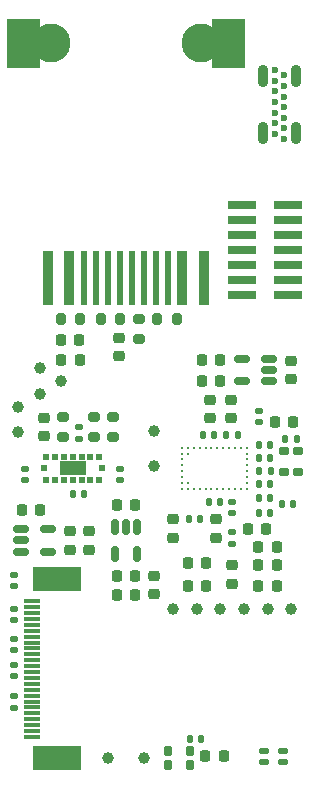
<source format=gts>
%TF.GenerationSoftware,KiCad,Pcbnew,7.0.1*%
%TF.CreationDate,2023-04-26T14:08:09+02:00*%
%TF.ProjectId,radartof-hardware,72616461-7274-46f6-962d-686172647761,1.4*%
%TF.SameCoordinates,Original*%
%TF.FileFunction,Soldermask,Top*%
%TF.FilePolarity,Negative*%
%FSLAX46Y46*%
G04 Gerber Fmt 4.6, Leading zero omitted, Abs format (unit mm)*
G04 Created by KiCad (PCBNEW 7.0.1) date 2023-04-26 14:08:09*
%MOMM*%
%LPD*%
G01*
G04 APERTURE LIST*
G04 Aperture macros list*
%AMRoundRect*
0 Rectangle with rounded corners*
0 $1 Rounding radius*
0 $2 $3 $4 $5 $6 $7 $8 $9 X,Y pos of 4 corners*
0 Add a 4 corners polygon primitive as box body*
4,1,4,$2,$3,$4,$5,$6,$7,$8,$9,$2,$3,0*
0 Add four circle primitives for the rounded corners*
1,1,$1+$1,$2,$3*
1,1,$1+$1,$4,$5*
1,1,$1+$1,$6,$7*
1,1,$1+$1,$8,$9*
0 Add four rect primitives between the rounded corners*
20,1,$1+$1,$2,$3,$4,$5,0*
20,1,$1+$1,$4,$5,$6,$7,0*
20,1,$1+$1,$6,$7,$8,$9,0*
20,1,$1+$1,$8,$9,$2,$3,0*%
G04 Aperture macros list end*
%ADD10C,0.010000*%
%ADD11C,1.000000*%
%ADD12RoundRect,0.225000X-0.250000X0.225000X-0.250000X-0.225000X0.250000X-0.225000X0.250000X0.225000X0*%
%ADD13RoundRect,0.225000X0.225000X0.250000X-0.225000X0.250000X-0.225000X-0.250000X0.225000X-0.250000X0*%
%ADD14RoundRect,0.140000X-0.140000X-0.170000X0.140000X-0.170000X0.140000X0.170000X-0.140000X0.170000X0*%
%ADD15RoundRect,0.225000X-0.225000X-0.250000X0.225000X-0.250000X0.225000X0.250000X-0.225000X0.250000X0*%
%ADD16RoundRect,0.140000X0.170000X-0.140000X0.170000X0.140000X-0.170000X0.140000X-0.170000X-0.140000X0*%
%ADD17RoundRect,0.150000X0.512500X0.150000X-0.512500X0.150000X-0.512500X-0.150000X0.512500X-0.150000X0*%
%ADD18RoundRect,0.147500X-0.172500X0.147500X-0.172500X-0.147500X0.172500X-0.147500X0.172500X0.147500X0*%
%ADD19RoundRect,0.200000X-0.275000X0.200000X-0.275000X-0.200000X0.275000X-0.200000X0.275000X0.200000X0*%
%ADD20C,0.275000*%
%ADD21RoundRect,0.147500X0.147500X0.172500X-0.147500X0.172500X-0.147500X-0.172500X0.147500X-0.172500X0*%
%ADD22R,2.400000X0.740000*%
%ADD23RoundRect,0.225000X0.250000X-0.225000X0.250000X0.225000X-0.250000X0.225000X-0.250000X-0.225000X0*%
%ADD24RoundRect,0.140000X-0.170000X0.140000X-0.170000X-0.140000X0.170000X-0.140000X0.170000X0.140000X0*%
%ADD25RoundRect,0.147500X0.172500X-0.147500X0.172500X0.147500X-0.172500X0.147500X-0.172500X-0.147500X0*%
%ADD26RoundRect,0.060000X-0.240000X-0.340000X0.240000X-0.340000X0.240000X0.340000X-0.240000X0.340000X0*%
%ADD27RoundRect,0.050800X2.000000X1.000000X-2.000000X1.000000X-2.000000X-1.000000X2.000000X-1.000000X0*%
%ADD28RoundRect,0.050800X-0.625000X0.137500X-0.625000X-0.137500X0.625000X-0.137500X0.625000X0.137500X0*%
%ADD29RoundRect,0.060000X0.340000X-0.240000X0.340000X0.240000X-0.340000X0.240000X-0.340000X-0.240000X0*%
%ADD30C,0.600000*%
%ADD31O,0.900000X1.900000*%
%ADD32RoundRect,0.150000X-0.150000X0.512500X-0.150000X-0.512500X0.150000X-0.512500X0.150000X0.512500X0*%
%ADD33RoundRect,0.200000X-0.200000X-0.275000X0.200000X-0.275000X0.200000X0.275000X-0.200000X0.275000X0*%
%ADD34RoundRect,0.140000X0.140000X0.170000X-0.140000X0.170000X-0.140000X-0.170000X0.140000X-0.170000X0*%
%ADD35RoundRect,0.200000X0.275000X-0.200000X0.275000X0.200000X-0.275000X0.200000X-0.275000X-0.200000X0*%
%ADD36RoundRect,0.200000X0.200000X0.275000X-0.200000X0.275000X-0.200000X-0.275000X0.200000X-0.275000X0*%
%ADD37RoundRect,0.147500X-0.147500X-0.172500X0.147500X-0.172500X0.147500X0.172500X-0.147500X0.172500X0*%
%ADD38C,3.300000*%
%ADD39R,0.810000X4.600000*%
%ADD40R,0.610000X4.600000*%
%ADD41RoundRect,0.135000X0.135000X0.185000X-0.135000X0.185000X-0.135000X-0.185000X0.135000X-0.185000X0*%
%ADD42RoundRect,0.050000X-0.350000X-0.200000X0.350000X-0.200000X0.350000X0.200000X-0.350000X0.200000X0*%
%ADD43R,0.533400X0.508000*%
%ADD44R,0.508000X0.533400*%
%ADD45R,2.311400X1.193800*%
%ADD46RoundRect,0.150000X-0.512500X-0.150000X0.512500X-0.150000X0.512500X0.150000X-0.512500X0.150000X0*%
G04 APERTURE END LIST*
%TO.C,J5*%
D10*
X157520000Y-73050000D02*
X154820000Y-73050000D01*
X154820000Y-68950000D01*
X157520000Y-68950000D01*
X157520000Y-73050000D01*
G36*
X157520000Y-73050000D02*
G01*
X154820000Y-73050000D01*
X154820000Y-68950000D01*
X157520000Y-68950000D01*
X157520000Y-73050000D01*
G37*
X140180000Y-73050000D02*
X137480000Y-73050000D01*
X137480000Y-68950000D01*
X140180000Y-68950000D01*
X140180000Y-73050000D01*
G36*
X140180000Y-73050000D02*
G01*
X137480000Y-73050000D01*
X137480000Y-68950000D01*
X140180000Y-68950000D01*
X140180000Y-73050000D01*
G37*
%TD*%
D11*
%TO.C,TP15*%
X149900000Y-103800000D03*
%TD*%
D12*
%TO.C,C11*%
X156500000Y-115225000D03*
X156500000Y-116775000D03*
%TD*%
D13*
%TO.C,C57*%
X154275000Y-117000000D03*
X152725000Y-117000000D03*
%TD*%
D12*
%TO.C,C37*%
X142800000Y-112325000D03*
X142800000Y-113875000D03*
%TD*%
D11*
%TO.C,TP5*%
X153500000Y-118900000D03*
%TD*%
D14*
%TO.C,C3*%
X158770000Y-109550000D03*
X159730000Y-109550000D03*
%TD*%
D15*
%TO.C,C9*%
X160125000Y-103100000D03*
X161675000Y-103100000D03*
%TD*%
D13*
%TO.C,C27*%
X155475000Y-97800000D03*
X153925000Y-97800000D03*
%TD*%
D16*
%TO.C,C40*%
X138000000Y-122380000D03*
X138000000Y-121420000D03*
%TD*%
D11*
%TO.C,TP2*%
X149000000Y-131500000D03*
%TD*%
D17*
%TO.C,U4*%
X159637500Y-99650000D03*
X159637500Y-98700000D03*
X159637500Y-97750000D03*
X157362500Y-97750000D03*
X157362500Y-99650000D03*
%TD*%
D16*
%TO.C,C39*%
X138000000Y-119880000D03*
X138000000Y-118920000D03*
%TD*%
D18*
%TO.C,L3*%
X158800000Y-102115000D03*
X158800000Y-103085000D03*
%TD*%
D19*
%TO.C,R6*%
X146400000Y-102675000D03*
X146400000Y-104325000D03*
%TD*%
%TO.C,R2*%
X142200000Y-102675000D03*
X142200000Y-104325000D03*
%TD*%
D13*
%TO.C,C58*%
X154275000Y-115000000D03*
X152725000Y-115000000D03*
%TD*%
D14*
%TO.C,C25*%
X158770000Y-110750000D03*
X159730000Y-110750000D03*
%TD*%
D20*
%TO.C,U5*%
X152250000Y-108750000D03*
X152250000Y-108250000D03*
X152250000Y-107750000D03*
X152250000Y-107250000D03*
X152250000Y-106750000D03*
X152250000Y-106250000D03*
X152250000Y-105750000D03*
X152250000Y-105250000D03*
X152750000Y-108750000D03*
X152750000Y-108250000D03*
X152750000Y-105750000D03*
X152750000Y-105250000D03*
X153250000Y-108750000D03*
X153250000Y-105250000D03*
X153750000Y-108750000D03*
X153750000Y-105250000D03*
X154250000Y-108750000D03*
X154250000Y-105250000D03*
X154750000Y-108750000D03*
X154750000Y-105250000D03*
X155250000Y-108750000D03*
X155250000Y-105250000D03*
X155750000Y-108750000D03*
X155750000Y-105250000D03*
X156250000Y-108750000D03*
X156250000Y-105250000D03*
X156750000Y-108750000D03*
X156750000Y-105250000D03*
X157250000Y-108750000D03*
X157250000Y-105250000D03*
X157750000Y-108750000D03*
X157750000Y-108250000D03*
X157750000Y-107750000D03*
X157750000Y-107250000D03*
X157750000Y-106750000D03*
X157750000Y-106250000D03*
X157750000Y-105750000D03*
X157750000Y-105250000D03*
%TD*%
D21*
%TO.C,L1*%
X161685000Y-110000000D03*
X160715000Y-110000000D03*
%TD*%
D22*
%TO.C,J1*%
X157350000Y-84690000D03*
X161250000Y-84690000D03*
X157350000Y-85960000D03*
X161250000Y-85960000D03*
X157350000Y-87230000D03*
X161250000Y-87230000D03*
X157350000Y-88500000D03*
X161250000Y-88500000D03*
X157350000Y-89770000D03*
X161250000Y-89770000D03*
X157350000Y-91040000D03*
X161250000Y-91040000D03*
X157350000Y-92310000D03*
X161250000Y-92310000D03*
%TD*%
D11*
%TO.C,TP9*%
X157500000Y-118900000D03*
%TD*%
D23*
%TO.C,C45*%
X149900000Y-117675000D03*
X149900000Y-116125000D03*
%TD*%
D24*
%TO.C,C35*%
X138000000Y-126320000D03*
X138000000Y-127280000D03*
%TD*%
D25*
%TO.C,L4*%
X156500000Y-113385000D03*
X156500000Y-112415000D03*
%TD*%
D15*
%TO.C,C49*%
X142025000Y-96100000D03*
X143575000Y-96100000D03*
%TD*%
D14*
%TO.C,C22*%
X158770000Y-105000000D03*
X159730000Y-105000000D03*
%TD*%
D11*
%TO.C,TP7*%
X161500000Y-118900000D03*
%TD*%
D26*
%TO.C,U8*%
X152900000Y-132100000D03*
X151100000Y-132095599D03*
X151100000Y-130895599D03*
X152900000Y-130895599D03*
%TD*%
D27*
%TO.C,J2*%
X141710000Y-131510000D03*
X141710000Y-116400000D03*
D28*
X139520000Y-118250000D03*
X139520000Y-118750000D03*
X139520000Y-119250000D03*
X139520000Y-119750000D03*
X139520000Y-120250000D03*
X139520000Y-120750000D03*
X139520000Y-121250000D03*
X139520000Y-121750000D03*
X139520000Y-122250000D03*
X139520000Y-122750000D03*
X139520000Y-123250000D03*
X139520000Y-123750000D03*
X139520000Y-124250000D03*
X139520000Y-124750000D03*
X139520000Y-125250000D03*
X139520000Y-125750000D03*
X139520000Y-126250000D03*
X139520000Y-126750000D03*
X139520000Y-127250000D03*
X139520000Y-127750000D03*
X139520000Y-128250000D03*
X139520000Y-128750000D03*
X139520000Y-129250000D03*
X139520000Y-129750000D03*
%TD*%
D11*
%TO.C,TP6*%
X151500000Y-118900000D03*
%TD*%
%TO.C,TP14*%
X140200000Y-98500000D03*
%TD*%
D29*
%TO.C,U2*%
X162100000Y-105500000D03*
X162095599Y-107300000D03*
X160895599Y-107300000D03*
X160895599Y-105500000D03*
%TD*%
D14*
%TO.C,C31*%
X143020000Y-109200000D03*
X143980000Y-109200000D03*
%TD*%
D11*
%TO.C,TP16*%
X149900000Y-106800000D03*
%TD*%
D24*
%TO.C,C41*%
X138000000Y-123620000D03*
X138000000Y-124580000D03*
%TD*%
D30*
%TO.C,J4*%
X160906750Y-73725000D03*
X160906750Y-74625000D03*
X160906750Y-75525000D03*
X160906750Y-76425000D03*
X160906750Y-77325000D03*
X160906750Y-78225000D03*
X160906750Y-79125000D03*
X160126750Y-78675000D03*
X160126750Y-77775000D03*
X160126750Y-76875000D03*
X160126750Y-75975000D03*
X160126750Y-75075000D03*
X160126750Y-74175000D03*
X160126750Y-73275000D03*
D31*
X161946750Y-78575000D03*
X161946750Y-73775000D03*
X159086750Y-78575000D03*
X159086750Y-73775000D03*
%TD*%
D32*
%TO.C,U10*%
X148450000Y-111962500D03*
X147500000Y-111962500D03*
X146550000Y-111962500D03*
X146550000Y-114237500D03*
X148450000Y-114237500D03*
%TD*%
D12*
%TO.C,C4*%
X151500000Y-111325000D03*
X151500000Y-112875000D03*
%TD*%
D33*
%TO.C,R12*%
X141975000Y-94400000D03*
X143625000Y-94400000D03*
%TD*%
D34*
%TO.C,C6*%
X155480000Y-109850000D03*
X154520000Y-109850000D03*
%TD*%
D24*
%TO.C,C13*%
X156500000Y-109820000D03*
X156500000Y-110780000D03*
%TD*%
D35*
%TO.C,R14*%
X148600000Y-96025000D03*
X148600000Y-94375000D03*
%TD*%
D12*
%TO.C,C38*%
X144400000Y-112325000D03*
X144400000Y-113875000D03*
%TD*%
D36*
%TO.C,R13*%
X147025000Y-94400000D03*
X145375000Y-94400000D03*
%TD*%
D11*
%TO.C,TP10*%
X138400000Y-101800000D03*
%TD*%
D37*
%TO.C,L2*%
X152815000Y-111300000D03*
X153785000Y-111300000D03*
%TD*%
D23*
%TO.C,C23*%
X156400000Y-102775000D03*
X156400000Y-101225000D03*
%TD*%
D14*
%TO.C,C24*%
X156020000Y-104150000D03*
X156980000Y-104150000D03*
%TD*%
D13*
%TO.C,C44*%
X148275000Y-117700000D03*
X146725000Y-117700000D03*
%TD*%
D18*
%TO.C,L9*%
X138000000Y-116015000D03*
X138000000Y-116985000D03*
%TD*%
D23*
%TO.C,C7*%
X154600000Y-102775000D03*
X154600000Y-101225000D03*
%TD*%
D11*
%TO.C,TP13*%
X138400000Y-103900000D03*
%TD*%
D12*
%TO.C,C5*%
X155100000Y-111325000D03*
X155100000Y-112875000D03*
%TD*%
D16*
%TO.C,C55*%
X143500000Y-104480000D03*
X143500000Y-103520000D03*
%TD*%
D14*
%TO.C,C17*%
X158770000Y-106150000D03*
X159730000Y-106150000D03*
%TD*%
D24*
%TO.C,C29*%
X147000000Y-107020000D03*
X147000000Y-107980000D03*
%TD*%
D11*
%TO.C,TP12*%
X142000000Y-99600000D03*
%TD*%
%TO.C,TP3*%
X146000000Y-131500000D03*
%TD*%
D14*
%TO.C,C33*%
X152920000Y-129900000D03*
X153880000Y-129900000D03*
%TD*%
%TO.C,C10*%
X161020000Y-104500000D03*
X161980000Y-104500000D03*
%TD*%
D11*
%TO.C,TP4*%
X155500000Y-118900000D03*
%TD*%
D38*
%TO.C,J5*%
X153850000Y-71000000D03*
X141150000Y-71000000D03*
D39*
X140890000Y-90920000D03*
X142730000Y-90920000D03*
D40*
X143930000Y-90920000D03*
X144950000Y-90920000D03*
X145970000Y-90920000D03*
X146990000Y-90920000D03*
X148010000Y-90920000D03*
X149030000Y-90920000D03*
X150050000Y-90920000D03*
X151070000Y-90920000D03*
D39*
X152270000Y-90920000D03*
X154110000Y-90920000D03*
%TD*%
D15*
%TO.C,C50*%
X142032182Y-97807182D03*
X143582182Y-97807182D03*
%TD*%
D11*
%TO.C,TP11*%
X140200000Y-100700000D03*
%TD*%
D41*
%TO.C,R1*%
X159810000Y-107250000D03*
X158790000Y-107250000D03*
%TD*%
D34*
%TO.C,C8*%
X154980000Y-104150000D03*
X154020000Y-104150000D03*
%TD*%
D13*
%TO.C,C42*%
X148275000Y-110100000D03*
X146725000Y-110100000D03*
%TD*%
D11*
%TO.C,TP8*%
X159500000Y-118900000D03*
%TD*%
D13*
%TO.C,C61*%
X155475000Y-99600000D03*
X153925000Y-99600000D03*
%TD*%
%TO.C,C1*%
X160275000Y-113650000D03*
X158725000Y-113650000D03*
%TD*%
D14*
%TO.C,C15*%
X158770000Y-108350000D03*
X159730000Y-108350000D03*
%TD*%
D15*
%TO.C,C36*%
X138725000Y-110500000D03*
X140275000Y-110500000D03*
%TD*%
D23*
%TO.C,C26*%
X161500000Y-99475000D03*
X161500000Y-97925000D03*
%TD*%
D42*
%TO.C,D1*%
X159200000Y-131850000D03*
X159200000Y-130950000D03*
X160800000Y-130950000D03*
X160800000Y-131850000D03*
%TD*%
D12*
%TO.C,C51*%
X146900000Y-95925000D03*
X146900000Y-97475000D03*
%TD*%
D36*
%TO.C,R15*%
X151825000Y-94400000D03*
X150175000Y-94400000D03*
%TD*%
D43*
%TO.C,U7*%
X145250001Y-107952500D03*
X144500000Y-107952500D03*
X143750001Y-107952500D03*
X143000000Y-107952500D03*
X142249999Y-107952500D03*
X141500000Y-107952500D03*
X140749999Y-107952500D03*
D44*
X145451100Y-107000000D03*
D45*
X143000000Y-107000000D03*
D44*
X140548900Y-107000000D03*
D43*
X145250001Y-106047500D03*
X144500000Y-106047500D03*
X143750001Y-106047500D03*
X143000000Y-106047500D03*
X142249999Y-106047500D03*
X141500000Y-106047500D03*
X140749999Y-106047500D03*
%TD*%
D13*
%TO.C,C59*%
X160275000Y-117000000D03*
X158725000Y-117000000D03*
%TD*%
D24*
%TO.C,C30*%
X139000000Y-107020000D03*
X139000000Y-107980000D03*
%TD*%
D15*
%TO.C,C32*%
X154225000Y-131400000D03*
X155775000Y-131400000D03*
%TD*%
D19*
%TO.C,R3*%
X144800000Y-102675000D03*
X144800000Y-104325000D03*
%TD*%
D46*
%TO.C,U9*%
X138662500Y-112150000D03*
X138662500Y-113100000D03*
X138662500Y-114050000D03*
X140937500Y-114050000D03*
X140937500Y-112150000D03*
%TD*%
D13*
%TO.C,C60*%
X160275000Y-115200000D03*
X158725000Y-115200000D03*
%TD*%
D23*
%TO.C,C28*%
X140600000Y-104275000D03*
X140600000Y-102725000D03*
%TD*%
D15*
%TO.C,C12*%
X157825000Y-112100000D03*
X159375000Y-112100000D03*
%TD*%
D13*
%TO.C,C43*%
X148275000Y-116100000D03*
X146725000Y-116100000D03*
%TD*%
M02*

</source>
